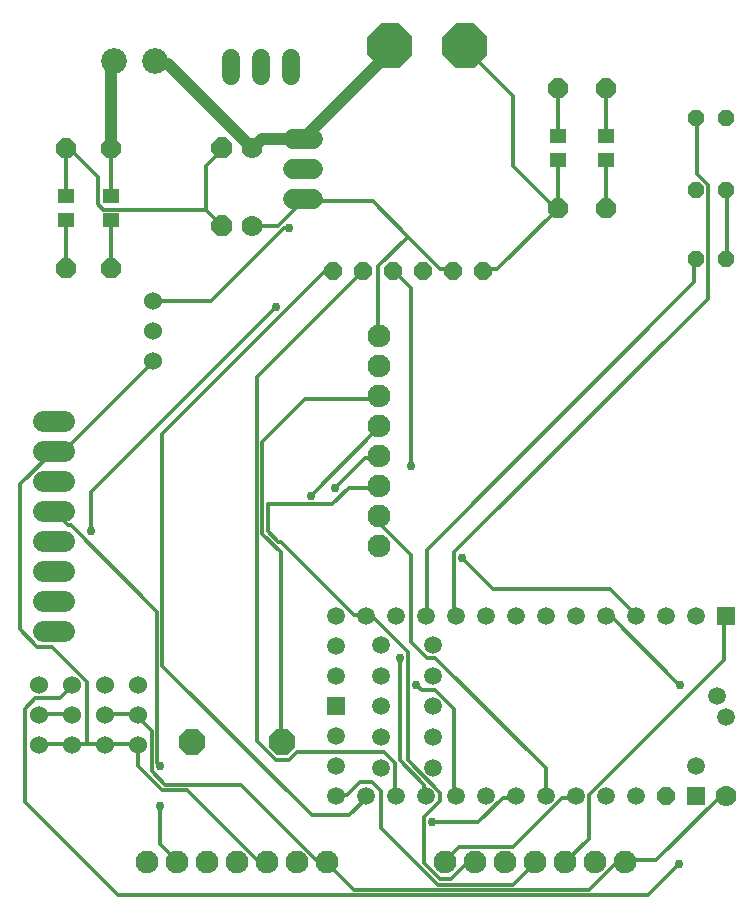
<source format=gbr>
G04 EAGLE Gerber RS-274X export*
G75*
%MOMM*%
%FSLAX34Y34*%
%LPD*%
%INTop Copper*%
%IPPOS*%
%AMOC8*
5,1,8,0,0,1.08239X$1,22.5*%
G01*
%ADD10P,4.123906X8X22.500000*%
%ADD11P,1.429621X8X22.500000*%
%ADD12C,1.676400*%
%ADD13C,2.184400*%
%ADD14C,1.524000*%
%ADD15C,0.304800*%
%ADD16P,1.814519X8X292.500000*%
%ADD17R,1.400000X1.200000*%
%ADD18P,1.814519X8X112.500000*%
%ADD19C,1.524000*%
%ADD20P,2.336880X8X202.500000*%
%ADD21R,1.508000X1.508000*%
%ADD22C,1.778000*%
%ADD23P,1.632244X8X292.500000*%
%ADD24C,1.508000*%
%ADD25C,1.930400*%
%ADD26C,1.778000*%
%ADD27P,1.649562X8X292.500000*%
%ADD28P,1.924489X8X202.500000*%
%ADD29C,1.016000*%
%ADD30C,0.756400*%


D10*
X388620Y855980D03*
X325120Y855980D03*
D11*
X584200Y734060D03*
X609600Y734060D03*
X584200Y675640D03*
X609600Y675640D03*
D12*
X259842Y777240D02*
X243078Y777240D01*
X243078Y751840D02*
X259842Y751840D01*
X259842Y726440D02*
X243078Y726440D01*
D13*
X91220Y843280D03*
X126220Y843280D03*
D14*
X190500Y845820D02*
X190500Y830580D01*
X215900Y830580D02*
X215900Y845820D01*
X241300Y845820D02*
X241300Y830580D01*
D15*
X50800Y763820D02*
X50800Y729820D01*
X50800Y708820D02*
X50800Y667820D01*
D16*
X50800Y769620D03*
X50800Y668020D03*
D17*
X50800Y729074D03*
X50800Y708566D03*
D15*
X88900Y729820D02*
X88900Y763820D01*
X88900Y708820D02*
X88900Y667820D01*
D16*
X88900Y769620D03*
X88900Y668020D03*
D17*
X88900Y729074D03*
X88900Y708566D03*
D15*
X508000Y724620D02*
X508000Y758620D01*
X508000Y779620D02*
X508000Y820620D01*
D18*
X508000Y718820D03*
X508000Y820420D03*
D17*
X508000Y759366D03*
X508000Y779874D03*
D11*
X584200Y795020D03*
X609600Y795020D03*
D19*
X27940Y264160D03*
X27940Y289560D03*
X27940Y314960D03*
X55880Y264160D03*
X55880Y289560D03*
X55880Y314960D03*
X83820Y264160D03*
X83820Y289560D03*
X83820Y314960D03*
X111760Y264160D03*
X111760Y289560D03*
X111760Y314960D03*
D20*
X233680Y266700D03*
X157480Y266700D03*
D21*
X609600Y373380D03*
X279400Y297180D03*
X584200Y220980D03*
D22*
X609600Y220980D03*
D23*
X558800Y220980D03*
D24*
X279400Y322580D03*
X279400Y347980D03*
X279400Y271780D03*
X279400Y246380D03*
X279400Y220980D03*
X279400Y373380D03*
X584200Y373380D03*
X558800Y373380D03*
X533400Y373380D03*
X508000Y373380D03*
X482600Y373380D03*
X457200Y373380D03*
X431800Y373380D03*
X406400Y373380D03*
X381000Y373380D03*
X355600Y373380D03*
X330200Y373380D03*
X304800Y373380D03*
X584200Y246380D03*
X304800Y220980D03*
X330200Y220980D03*
X355600Y220980D03*
X381000Y220980D03*
X406400Y220980D03*
X431800Y220980D03*
X457200Y220980D03*
X482600Y220980D03*
X508000Y220980D03*
X533400Y220980D03*
X317500Y245110D03*
X317500Y271145D03*
X317500Y297180D03*
X317500Y323215D03*
X317500Y349250D03*
X361950Y245110D03*
X361950Y271145D03*
X361950Y297180D03*
X361950Y323215D03*
X361950Y349250D03*
X609600Y288180D03*
X602000Y306180D03*
D25*
X524510Y165100D03*
X499110Y165100D03*
X473710Y165100D03*
X448310Y165100D03*
X422910Y165100D03*
X397510Y165100D03*
X372110Y165100D03*
X195580Y165100D03*
X220980Y165100D03*
X170180Y165100D03*
X144780Y165100D03*
X246380Y165100D03*
X271780Y165100D03*
X119380Y165100D03*
D26*
X49530Y462280D02*
X31750Y462280D01*
X31750Y436880D02*
X49530Y436880D01*
X49530Y487680D02*
X31750Y487680D01*
X31750Y513080D02*
X49530Y513080D01*
X49530Y538480D02*
X31750Y538480D01*
X31750Y411480D02*
X49530Y411480D01*
X49530Y386080D02*
X31750Y386080D01*
X31750Y360680D02*
X49530Y360680D01*
D27*
X403860Y665480D03*
X378460Y665480D03*
X353060Y665480D03*
X327660Y665480D03*
X302260Y665480D03*
X276860Y665480D03*
D19*
X124460Y589280D03*
X124460Y614680D03*
X124460Y640080D03*
D28*
X182880Y703580D03*
D22*
X208280Y703580D03*
D28*
X182880Y769620D03*
D22*
X208280Y769620D03*
D15*
X467360Y758620D02*
X467360Y724620D01*
X467360Y779620D02*
X467360Y820620D01*
D18*
X467360Y718820D03*
X467360Y820420D03*
D17*
X467360Y759366D03*
X467360Y779874D03*
D25*
X316010Y534190D03*
X316010Y508790D03*
X316010Y483390D03*
X316010Y457990D03*
X316010Y559590D03*
X316010Y584990D03*
X316010Y610390D03*
X316010Y432590D03*
D15*
X54864Y265176D02*
X29718Y265176D01*
X27940Y264160D01*
X54864Y265176D02*
X55880Y264160D01*
X84582Y265176D02*
X109728Y265176D01*
X84582Y265176D02*
X83820Y264160D01*
X109728Y265176D02*
X111760Y264160D01*
X212598Y166878D02*
X219456Y166878D01*
X212598Y166878D02*
X153162Y226314D01*
X132588Y226314D01*
X112014Y246888D01*
X112014Y262890D01*
X219456Y166878D02*
X220980Y165100D01*
X112014Y262890D02*
X111760Y264160D01*
X82296Y265176D02*
X68580Y265176D01*
X57150Y265176D01*
X55880Y264160D01*
X82296Y265176D02*
X83820Y264160D01*
X608076Y336042D02*
X608076Y372618D01*
X608076Y336042D02*
X493776Y221742D01*
X493776Y185166D01*
X473710Y165100D01*
X608076Y372618D02*
X609600Y373380D01*
X50292Y514350D02*
X41148Y514350D01*
X50292Y514350D02*
X123444Y587502D01*
X41148Y514350D02*
X40640Y513080D01*
X123444Y587502D02*
X124460Y589280D01*
X233172Y427482D02*
X233172Y267462D01*
X233172Y427482D02*
X217170Y443484D01*
X217170Y521208D01*
X233172Y267462D02*
X233680Y266700D01*
X77724Y745236D02*
X52578Y770382D01*
X77724Y745236D02*
X77724Y722376D01*
X82296Y717804D01*
X169164Y717804D01*
X182880Y704088D01*
X52578Y770382D02*
X50800Y769620D01*
X182880Y704088D02*
X182880Y703580D01*
X404622Y667512D02*
X416052Y667512D01*
X466344Y717804D01*
X404622Y667512D02*
X403860Y665480D01*
X466344Y717804D02*
X429768Y754380D01*
X429768Y813816D01*
X388620Y854964D01*
X467360Y718820D02*
X466344Y717804D01*
X388620Y854964D02*
X388620Y855980D01*
X169164Y754380D02*
X169164Y717804D01*
X169164Y754380D02*
X182880Y768096D01*
X182880Y769620D01*
X68580Y317754D02*
X68580Y265176D01*
X68580Y317754D02*
X38862Y347472D01*
X26742Y347472D01*
X11836Y362378D01*
X11836Y485038D01*
X38862Y512064D01*
X40640Y513080D01*
X253638Y557784D02*
X315468Y557784D01*
X253638Y557784D02*
X217184Y521330D01*
X315468Y557784D02*
X316010Y559590D01*
X217184Y521330D02*
X217170Y521208D01*
X609600Y734060D02*
X610362Y733298D01*
X610362Y676402D01*
X609600Y675640D01*
X585216Y747522D02*
X585216Y793242D01*
X585216Y747522D02*
X594360Y738378D01*
X594360Y642366D01*
X379476Y427482D01*
X379476Y374904D01*
X585216Y793242D02*
X584200Y795020D01*
X379476Y374904D02*
X381000Y373380D01*
X582930Y656082D02*
X582930Y674370D01*
X582930Y656082D02*
X356616Y429768D01*
X356616Y374904D01*
X582930Y674370D02*
X584200Y675640D01*
X356616Y374904D02*
X355600Y373380D01*
D29*
X251460Y777240D02*
X217170Y777240D01*
X210312Y770382D01*
D15*
X208280Y769620D01*
X137160Y841248D02*
X128016Y841248D01*
D29*
X137160Y841248D02*
X208026Y770382D01*
D15*
X128016Y841248D02*
X126220Y843280D01*
X208026Y770382D02*
X208280Y769620D01*
X324612Y850392D02*
X324612Y854964D01*
D29*
X324612Y850392D02*
X251460Y777240D01*
D15*
X324612Y854964D02*
X325120Y855980D01*
X420624Y219456D02*
X429768Y219456D01*
X420624Y219456D02*
X400050Y198882D01*
X361188Y198882D01*
X429768Y219456D02*
X431800Y220980D01*
D30*
X361188Y198882D03*
D15*
X52578Y450342D02*
X40640Y462280D01*
X52578Y450342D02*
X54864Y450342D01*
X128016Y377190D01*
X128016Y249174D01*
X130302Y246888D01*
X130302Y212598D02*
X130302Y180594D01*
X144018Y166878D01*
X144780Y165100D01*
D30*
X130302Y246888D03*
X130302Y212598D03*
D15*
X281178Y221742D02*
X288642Y221742D01*
X300072Y233172D01*
X309690Y233172D01*
X317754Y225108D01*
X317754Y194310D01*
X365760Y146304D01*
X429768Y146304D01*
X448056Y164592D01*
X281178Y221742D02*
X279400Y220980D01*
X448056Y164592D02*
X448310Y165100D01*
X258318Y475488D02*
X315468Y532638D01*
X316010Y534190D01*
D30*
X258318Y475488D03*
D15*
X304038Y507492D02*
X315468Y507492D01*
X304038Y507492D02*
X278892Y482346D01*
X315468Y507492D02*
X316010Y508790D01*
D30*
X278892Y482346D03*
D15*
X294894Y374904D02*
X304038Y374904D01*
X294894Y374904D02*
X233172Y436626D01*
X230886Y436626D01*
X221742Y445770D01*
X221742Y468630D01*
X304038Y374904D02*
X304800Y373380D01*
X390906Y164592D02*
X395478Y164592D01*
X390906Y164592D02*
X377190Y150876D01*
X368046Y150876D01*
X354330Y164592D01*
X354330Y203454D01*
X368046Y217170D01*
X368046Y224028D01*
X340614Y251460D01*
X340614Y342900D01*
X310896Y372618D01*
X306324Y372618D01*
X395478Y164592D02*
X397510Y165100D01*
X306324Y372618D02*
X304800Y373380D01*
X315468Y482346D02*
X290322Y482346D01*
X276606Y468630D01*
X221742Y468630D01*
X315468Y482346D02*
X316010Y483390D01*
X531808Y376564D02*
X533400Y373380D01*
X228600Y635508D02*
X72060Y478968D01*
X386334Y422910D02*
X412496Y396748D01*
D30*
X72094Y445498D03*
X228600Y635508D03*
X386334Y422910D03*
D15*
X412496Y396748D02*
X511624Y396748D01*
X531808Y376564D01*
X72060Y448694D02*
X72060Y478968D01*
X72094Y448660D02*
X72094Y445498D01*
X72094Y448660D02*
X72060Y448694D01*
X508000Y373380D02*
X508000Y371810D01*
X544068Y137160D02*
X94726Y137160D01*
X16002Y215884D01*
X16002Y294894D01*
X25146Y304038D01*
X45720Y304038D01*
X54864Y313182D01*
X55880Y314960D01*
D30*
X570220Y163600D03*
X570580Y315340D03*
D15*
X570360Y315340D02*
X512320Y373380D01*
X508000Y373380D01*
X570360Y315340D02*
X570580Y315340D01*
X570220Y163600D02*
X570220Y163312D01*
X544068Y137160D01*
D29*
X89154Y770382D02*
X89154Y841248D01*
D15*
X89154Y770382D02*
X88900Y769620D01*
X89154Y841248D02*
X91220Y843280D01*
X379476Y294894D02*
X379476Y221742D01*
X379476Y294894D02*
X363474Y310896D01*
X352044Y310896D01*
X347472Y315468D01*
X379476Y221742D02*
X381000Y220980D01*
D30*
X347472Y315468D03*
D15*
X368046Y667512D02*
X377190Y667512D01*
X340614Y694944D02*
X310896Y724662D01*
X340614Y694944D02*
X368046Y667512D01*
X310896Y724662D02*
X251460Y724662D01*
X377190Y667512D02*
X378460Y665480D01*
X230886Y704088D02*
X210312Y704088D01*
X230886Y704088D02*
X251460Y724662D01*
X210312Y704088D02*
X208280Y703580D01*
X251460Y724662D02*
X251460Y726440D01*
X603504Y219456D02*
X608076Y219456D01*
X603504Y219456D02*
X550926Y166878D01*
X525780Y166878D01*
X608076Y219456D02*
X609600Y220980D01*
X525780Y166878D02*
X524510Y165100D01*
X54864Y290322D02*
X29718Y290322D01*
X27940Y289560D01*
X54864Y290322D02*
X55880Y289560D01*
X84582Y290322D02*
X109728Y290322D01*
X84582Y290322D02*
X83820Y289560D01*
X109728Y290322D02*
X111760Y289560D01*
X262890Y166878D02*
X269748Y166878D01*
X262890Y166878D02*
X198882Y230886D01*
X134874Y230886D01*
X123444Y242316D01*
X123444Y276606D01*
X112014Y288036D01*
X269748Y166878D02*
X271780Y165100D01*
X112014Y288036D02*
X111760Y289560D01*
X516636Y164592D02*
X523494Y164592D01*
X516636Y164592D02*
X493776Y141732D01*
X294894Y141732D01*
X272034Y164592D01*
X523494Y164592D02*
X524510Y165100D01*
X272034Y164592D02*
X271780Y165100D01*
X315468Y612648D02*
X315468Y669798D01*
X340614Y694944D01*
X315468Y612648D02*
X316010Y610390D01*
X457200Y244602D02*
X457200Y220980D01*
X457200Y244602D02*
X363474Y338328D01*
X356616Y338328D01*
X342900Y352044D01*
X315468Y457200D02*
X316010Y457990D01*
X317754Y457200D02*
X317754Y450342D01*
X342900Y425196D01*
X342900Y352044D01*
X317754Y457200D02*
X316010Y457990D01*
X470916Y219456D02*
X482346Y219456D01*
X470916Y219456D02*
X429768Y178308D01*
X384048Y178308D01*
X372618Y166878D01*
X482346Y219456D02*
X482600Y220980D01*
X372618Y166878D02*
X372110Y165100D01*
X354330Y221742D02*
X354330Y230886D01*
X333756Y251460D01*
X333756Y338328D01*
X342900Y500634D02*
X342900Y651510D01*
X329184Y665226D01*
X354330Y221742D02*
X355600Y220980D01*
X329184Y665226D02*
X327660Y665480D01*
D30*
X333756Y338328D03*
X342900Y500634D03*
D15*
X329184Y249174D02*
X329184Y221742D01*
X329184Y249174D02*
X320040Y258318D01*
X246888Y258318D01*
X240030Y251460D01*
X228600Y251460D01*
X212598Y267462D01*
X212598Y576072D01*
X301752Y665226D01*
X329184Y221742D02*
X330200Y220980D01*
X301752Y665226D02*
X302260Y665480D01*
X304800Y220980D02*
X304800Y218842D01*
X290930Y204972D01*
X259086Y204972D01*
X132588Y331470D01*
X132588Y528066D01*
X269748Y665226D01*
X276606Y665226D01*
X276860Y665480D01*
X240030Y701802D02*
X235458Y701802D01*
X173736Y640080D01*
X124460Y640080D01*
D30*
X240030Y701802D03*
M02*

</source>
